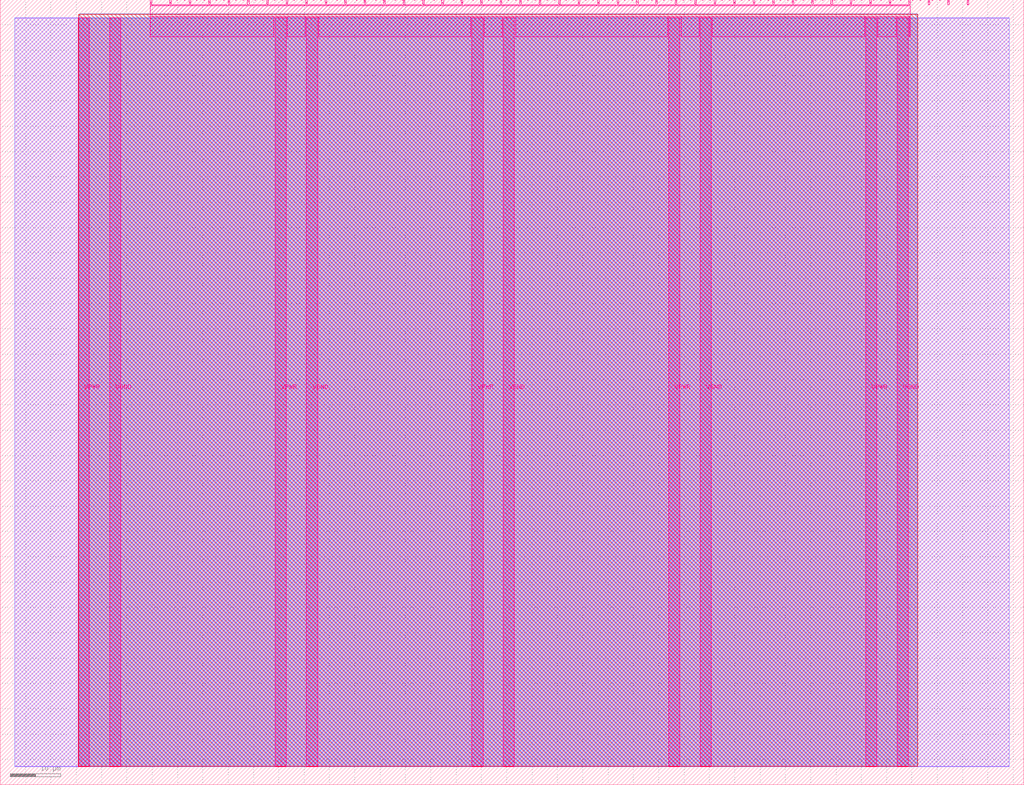
<source format=lef>
VERSION 5.7 ;
  NOWIREEXTENSIONATPIN ON ;
  DIVIDERCHAR "/" ;
  BUSBITCHARS "[]" ;
MACRO tt_um_wokwi_434917143298726913
  CLASS BLOCK ;
  FOREIGN tt_um_wokwi_434917143298726913 ;
  ORIGIN 0.000 0.000 ;
  SIZE 202.080 BY 154.980 ;
  PIN VGND
    DIRECTION INOUT ;
    USE GROUND ;
    PORT
      LAYER Metal5 ;
        RECT 21.580 3.560 23.780 151.420 ;
    END
    PORT
      LAYER Metal5 ;
        RECT 60.450 3.560 62.650 151.420 ;
    END
    PORT
      LAYER Metal5 ;
        RECT 99.320 3.560 101.520 151.420 ;
    END
    PORT
      LAYER Metal5 ;
        RECT 138.190 3.560 140.390 151.420 ;
    END
    PORT
      LAYER Metal5 ;
        RECT 177.060 3.560 179.260 151.420 ;
    END
  END VGND
  PIN VPWR
    DIRECTION INOUT ;
    USE POWER ;
    PORT
      LAYER Metal5 ;
        RECT 15.380 3.560 17.580 151.420 ;
    END
    PORT
      LAYER Metal5 ;
        RECT 54.250 3.560 56.450 151.420 ;
    END
    PORT
      LAYER Metal5 ;
        RECT 93.120 3.560 95.320 151.420 ;
    END
    PORT
      LAYER Metal5 ;
        RECT 131.990 3.560 134.190 151.420 ;
    END
    PORT
      LAYER Metal5 ;
        RECT 170.860 3.560 173.060 151.420 ;
    END
  END VPWR
  PIN clk
    DIRECTION INPUT ;
    USE SIGNAL ;
    PORT
      LAYER Metal5 ;
        RECT 187.050 153.980 187.350 154.980 ;
    END
  END clk
  PIN ena
    DIRECTION INPUT ;
    USE SIGNAL ;
    PORT
      LAYER Metal5 ;
        RECT 190.890 153.980 191.190 154.980 ;
    END
  END ena
  PIN rst_n
    DIRECTION INPUT ;
    USE SIGNAL ;
    PORT
      LAYER Metal5 ;
        RECT 183.210 153.980 183.510 154.980 ;
    END
  END rst_n
  PIN ui_in[0]
    DIRECTION INPUT ;
    USE SIGNAL ;
    ANTENNAGATEAREA 0.180700 ;
    PORT
      LAYER Metal5 ;
        RECT 179.370 153.980 179.670 154.980 ;
    END
  END ui_in[0]
  PIN ui_in[1]
    DIRECTION INPUT ;
    USE SIGNAL ;
    ANTENNAGATEAREA 0.180700 ;
    PORT
      LAYER Metal5 ;
        RECT 175.530 153.980 175.830 154.980 ;
    END
  END ui_in[1]
  PIN ui_in[2]
    DIRECTION INPUT ;
    USE SIGNAL ;
    PORT
      LAYER Metal5 ;
        RECT 171.690 153.980 171.990 154.980 ;
    END
  END ui_in[2]
  PIN ui_in[3]
    DIRECTION INPUT ;
    USE SIGNAL ;
    PORT
      LAYER Metal5 ;
        RECT 167.850 153.980 168.150 154.980 ;
    END
  END ui_in[3]
  PIN ui_in[4]
    DIRECTION INPUT ;
    USE SIGNAL ;
    ANTENNAGATEAREA 0.180700 ;
    PORT
      LAYER Metal5 ;
        RECT 164.010 153.980 164.310 154.980 ;
    END
  END ui_in[4]
  PIN ui_in[5]
    DIRECTION INPUT ;
    USE SIGNAL ;
    ANTENNAGATEAREA 0.180700 ;
    PORT
      LAYER Metal5 ;
        RECT 160.170 153.980 160.470 154.980 ;
    END
  END ui_in[5]
  PIN ui_in[6]
    DIRECTION INPUT ;
    USE SIGNAL ;
    ANTENNAGATEAREA 0.180700 ;
    PORT
      LAYER Metal5 ;
        RECT 156.330 153.980 156.630 154.980 ;
    END
  END ui_in[6]
  PIN ui_in[7]
    DIRECTION INPUT ;
    USE SIGNAL ;
    ANTENNAGATEAREA 0.180700 ;
    PORT
      LAYER Metal5 ;
        RECT 152.490 153.980 152.790 154.980 ;
    END
  END ui_in[7]
  PIN uio_in[0]
    DIRECTION INPUT ;
    USE SIGNAL ;
    PORT
      LAYER Metal5 ;
        RECT 148.650 153.980 148.950 154.980 ;
    END
  END uio_in[0]
  PIN uio_in[1]
    DIRECTION INPUT ;
    USE SIGNAL ;
    PORT
      LAYER Metal5 ;
        RECT 144.810 153.980 145.110 154.980 ;
    END
  END uio_in[1]
  PIN uio_in[2]
    DIRECTION INPUT ;
    USE SIGNAL ;
    PORT
      LAYER Metal5 ;
        RECT 140.970 153.980 141.270 154.980 ;
    END
  END uio_in[2]
  PIN uio_in[3]
    DIRECTION INPUT ;
    USE SIGNAL ;
    PORT
      LAYER Metal5 ;
        RECT 137.130 153.980 137.430 154.980 ;
    END
  END uio_in[3]
  PIN uio_in[4]
    DIRECTION INPUT ;
    USE SIGNAL ;
    PORT
      LAYER Metal5 ;
        RECT 133.290 153.980 133.590 154.980 ;
    END
  END uio_in[4]
  PIN uio_in[5]
    DIRECTION INPUT ;
    USE SIGNAL ;
    PORT
      LAYER Metal5 ;
        RECT 129.450 153.980 129.750 154.980 ;
    END
  END uio_in[5]
  PIN uio_in[6]
    DIRECTION INPUT ;
    USE SIGNAL ;
    PORT
      LAYER Metal5 ;
        RECT 125.610 153.980 125.910 154.980 ;
    END
  END uio_in[6]
  PIN uio_in[7]
    DIRECTION INPUT ;
    USE SIGNAL ;
    PORT
      LAYER Metal5 ;
        RECT 121.770 153.980 122.070 154.980 ;
    END
  END uio_in[7]
  PIN uio_oe[0]
    DIRECTION OUTPUT ;
    USE SIGNAL ;
    ANTENNADIFFAREA 0.299200 ;
    PORT
      LAYER Metal5 ;
        RECT 56.490 153.980 56.790 154.980 ;
    END
  END uio_oe[0]
  PIN uio_oe[1]
    DIRECTION OUTPUT ;
    USE SIGNAL ;
    ANTENNADIFFAREA 0.299200 ;
    PORT
      LAYER Metal5 ;
        RECT 52.650 153.980 52.950 154.980 ;
    END
  END uio_oe[1]
  PIN uio_oe[2]
    DIRECTION OUTPUT ;
    USE SIGNAL ;
    ANTENNADIFFAREA 0.299200 ;
    PORT
      LAYER Metal5 ;
        RECT 48.810 153.980 49.110 154.980 ;
    END
  END uio_oe[2]
  PIN uio_oe[3]
    DIRECTION OUTPUT ;
    USE SIGNAL ;
    ANTENNADIFFAREA 0.299200 ;
    PORT
      LAYER Metal5 ;
        RECT 44.970 153.980 45.270 154.980 ;
    END
  END uio_oe[3]
  PIN uio_oe[4]
    DIRECTION OUTPUT ;
    USE SIGNAL ;
    ANTENNADIFFAREA 0.299200 ;
    PORT
      LAYER Metal5 ;
        RECT 41.130 153.980 41.430 154.980 ;
    END
  END uio_oe[4]
  PIN uio_oe[5]
    DIRECTION OUTPUT ;
    USE SIGNAL ;
    ANTENNADIFFAREA 0.299200 ;
    PORT
      LAYER Metal5 ;
        RECT 37.290 153.980 37.590 154.980 ;
    END
  END uio_oe[5]
  PIN uio_oe[6]
    DIRECTION OUTPUT ;
    USE SIGNAL ;
    ANTENNADIFFAREA 0.299200 ;
    PORT
      LAYER Metal5 ;
        RECT 33.450 153.980 33.750 154.980 ;
    END
  END uio_oe[6]
  PIN uio_oe[7]
    DIRECTION OUTPUT ;
    USE SIGNAL ;
    ANTENNADIFFAREA 0.299200 ;
    PORT
      LAYER Metal5 ;
        RECT 29.610 153.980 29.910 154.980 ;
    END
  END uio_oe[7]
  PIN uio_out[0]
    DIRECTION OUTPUT ;
    USE SIGNAL ;
    ANTENNADIFFAREA 0.299200 ;
    PORT
      LAYER Metal5 ;
        RECT 87.210 153.980 87.510 154.980 ;
    END
  END uio_out[0]
  PIN uio_out[1]
    DIRECTION OUTPUT ;
    USE SIGNAL ;
    ANTENNADIFFAREA 0.299200 ;
    PORT
      LAYER Metal5 ;
        RECT 83.370 153.980 83.670 154.980 ;
    END
  END uio_out[1]
  PIN uio_out[2]
    DIRECTION OUTPUT ;
    USE SIGNAL ;
    ANTENNADIFFAREA 0.299200 ;
    PORT
      LAYER Metal5 ;
        RECT 79.530 153.980 79.830 154.980 ;
    END
  END uio_out[2]
  PIN uio_out[3]
    DIRECTION OUTPUT ;
    USE SIGNAL ;
    ANTENNADIFFAREA 0.299200 ;
    PORT
      LAYER Metal5 ;
        RECT 75.690 153.980 75.990 154.980 ;
    END
  END uio_out[3]
  PIN uio_out[4]
    DIRECTION OUTPUT ;
    USE SIGNAL ;
    ANTENNADIFFAREA 0.299200 ;
    PORT
      LAYER Metal5 ;
        RECT 71.850 153.980 72.150 154.980 ;
    END
  END uio_out[4]
  PIN uio_out[5]
    DIRECTION OUTPUT ;
    USE SIGNAL ;
    ANTENNADIFFAREA 0.299200 ;
    PORT
      LAYER Metal5 ;
        RECT 68.010 153.980 68.310 154.980 ;
    END
  END uio_out[5]
  PIN uio_out[6]
    DIRECTION OUTPUT ;
    USE SIGNAL ;
    ANTENNADIFFAREA 0.299200 ;
    PORT
      LAYER Metal5 ;
        RECT 64.170 153.980 64.470 154.980 ;
    END
  END uio_out[6]
  PIN uio_out[7]
    DIRECTION OUTPUT ;
    USE SIGNAL ;
    ANTENNADIFFAREA 0.299200 ;
    PORT
      LAYER Metal5 ;
        RECT 60.330 153.980 60.630 154.980 ;
    END
  END uio_out[7]
  PIN uo_out[0]
    DIRECTION OUTPUT ;
    USE SIGNAL ;
    ANTENNADIFFAREA 0.654800 ;
    PORT
      LAYER Metal5 ;
        RECT 117.930 153.980 118.230 154.980 ;
    END
  END uo_out[0]
  PIN uo_out[1]
    DIRECTION OUTPUT ;
    USE SIGNAL ;
    ANTENNADIFFAREA 0.299200 ;
    PORT
      LAYER Metal5 ;
        RECT 114.090 153.980 114.390 154.980 ;
    END
  END uo_out[1]
  PIN uo_out[2]
    DIRECTION OUTPUT ;
    USE SIGNAL ;
    ANTENNADIFFAREA 0.299200 ;
    PORT
      LAYER Metal5 ;
        RECT 110.250 153.980 110.550 154.980 ;
    END
  END uo_out[2]
  PIN uo_out[3]
    DIRECTION OUTPUT ;
    USE SIGNAL ;
    ANTENNADIFFAREA 0.299200 ;
    PORT
      LAYER Metal5 ;
        RECT 106.410 153.980 106.710 154.980 ;
    END
  END uo_out[3]
  PIN uo_out[4]
    DIRECTION OUTPUT ;
    USE SIGNAL ;
    ANTENNADIFFAREA 0.654800 ;
    PORT
      LAYER Metal5 ;
        RECT 102.570 153.980 102.870 154.980 ;
    END
  END uo_out[4]
  PIN uo_out[5]
    DIRECTION OUTPUT ;
    USE SIGNAL ;
    ANTENNADIFFAREA 0.654800 ;
    PORT
      LAYER Metal5 ;
        RECT 98.730 153.980 99.030 154.980 ;
    END
  END uo_out[5]
  PIN uo_out[6]
    DIRECTION OUTPUT ;
    USE SIGNAL ;
    ANTENNADIFFAREA 0.654800 ;
    PORT
      LAYER Metal5 ;
        RECT 94.890 153.980 95.190 154.980 ;
    END
  END uo_out[6]
  PIN uo_out[7]
    DIRECTION OUTPUT ;
    USE SIGNAL ;
    ANTENNADIFFAREA 0.654800 ;
    PORT
      LAYER Metal5 ;
        RECT 91.050 153.980 91.350 154.980 ;
    END
  END uo_out[7]
  OBS
      LAYER GatPoly ;
        RECT 2.880 3.630 199.200 151.350 ;
      LAYER Metal1 ;
        RECT 2.880 3.560 199.200 151.420 ;
      LAYER Metal2 ;
        RECT 15.515 3.680 181.105 151.300 ;
      LAYER Metal3 ;
        RECT 15.560 3.635 181.060 152.185 ;
      LAYER Metal4 ;
        RECT 15.515 3.680 181.105 152.140 ;
      LAYER Metal5 ;
        RECT 30.120 153.770 33.240 153.980 ;
        RECT 33.960 153.770 37.080 153.980 ;
        RECT 37.800 153.770 40.920 153.980 ;
        RECT 41.640 153.770 44.760 153.980 ;
        RECT 45.480 153.770 48.600 153.980 ;
        RECT 49.320 153.770 52.440 153.980 ;
        RECT 53.160 153.770 56.280 153.980 ;
        RECT 57.000 153.770 60.120 153.980 ;
        RECT 60.840 153.770 63.960 153.980 ;
        RECT 64.680 153.770 67.800 153.980 ;
        RECT 68.520 153.770 71.640 153.980 ;
        RECT 72.360 153.770 75.480 153.980 ;
        RECT 76.200 153.770 79.320 153.980 ;
        RECT 80.040 153.770 83.160 153.980 ;
        RECT 83.880 153.770 87.000 153.980 ;
        RECT 87.720 153.770 90.840 153.980 ;
        RECT 91.560 153.770 94.680 153.980 ;
        RECT 95.400 153.770 98.520 153.980 ;
        RECT 99.240 153.770 102.360 153.980 ;
        RECT 103.080 153.770 106.200 153.980 ;
        RECT 106.920 153.770 110.040 153.980 ;
        RECT 110.760 153.770 113.880 153.980 ;
        RECT 114.600 153.770 117.720 153.980 ;
        RECT 118.440 153.770 121.560 153.980 ;
        RECT 122.280 153.770 125.400 153.980 ;
        RECT 126.120 153.770 129.240 153.980 ;
        RECT 129.960 153.770 133.080 153.980 ;
        RECT 133.800 153.770 136.920 153.980 ;
        RECT 137.640 153.770 140.760 153.980 ;
        RECT 141.480 153.770 144.600 153.980 ;
        RECT 145.320 153.770 148.440 153.980 ;
        RECT 149.160 153.770 152.280 153.980 ;
        RECT 153.000 153.770 156.120 153.980 ;
        RECT 156.840 153.770 159.960 153.980 ;
        RECT 160.680 153.770 163.800 153.980 ;
        RECT 164.520 153.770 167.640 153.980 ;
        RECT 168.360 153.770 171.480 153.980 ;
        RECT 172.200 153.770 175.320 153.980 ;
        RECT 176.040 153.770 179.160 153.980 ;
        RECT 29.660 151.630 179.620 153.770 ;
        RECT 29.660 147.695 54.040 151.630 ;
        RECT 56.660 147.695 60.240 151.630 ;
        RECT 62.860 147.695 92.910 151.630 ;
        RECT 95.530 147.695 99.110 151.630 ;
        RECT 101.730 147.695 131.780 151.630 ;
        RECT 134.400 147.695 137.980 151.630 ;
        RECT 140.600 147.695 170.650 151.630 ;
        RECT 173.270 147.695 176.850 151.630 ;
        RECT 179.470 147.695 179.620 151.630 ;
  END
END tt_um_wokwi_434917143298726913
END LIBRARY


</source>
